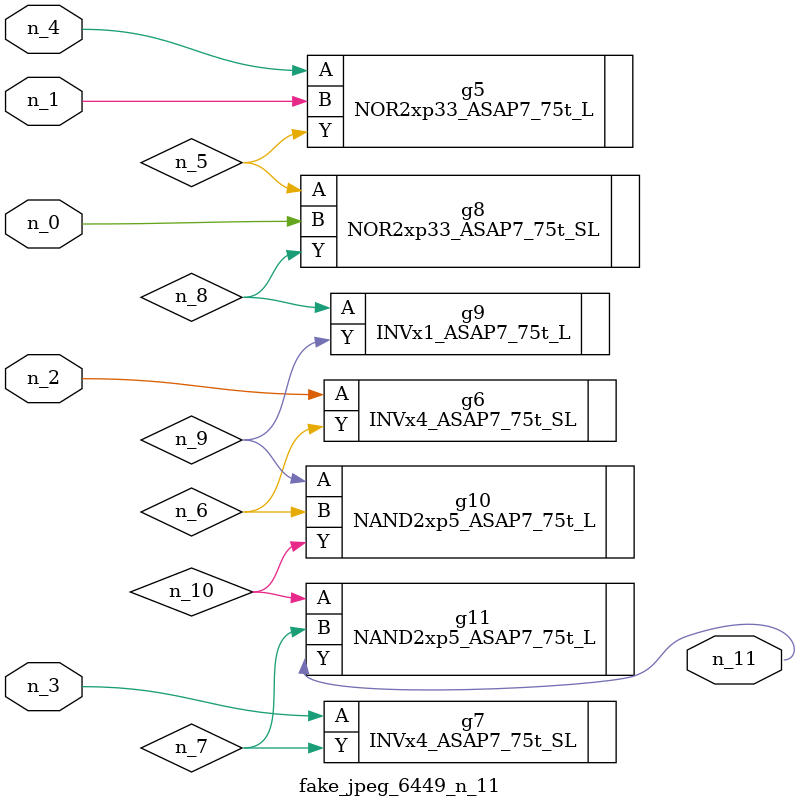
<source format=v>
module fake_jpeg_6449_n_11 (n_3, n_2, n_1, n_0, n_4, n_11);

input n_3;
input n_2;
input n_1;
input n_0;
input n_4;

output n_11;

wire n_10;
wire n_8;
wire n_9;
wire n_6;
wire n_5;
wire n_7;

NOR2xp33_ASAP7_75t_L g5 ( 
.A(n_4),
.B(n_1),
.Y(n_5)
);

INVx4_ASAP7_75t_SL g6 ( 
.A(n_2),
.Y(n_6)
);

INVx4_ASAP7_75t_SL g7 ( 
.A(n_3),
.Y(n_7)
);

NOR2xp33_ASAP7_75t_SL g8 ( 
.A(n_5),
.B(n_0),
.Y(n_8)
);

INVx1_ASAP7_75t_L g9 ( 
.A(n_8),
.Y(n_9)
);

NAND2xp5_ASAP7_75t_L g10 ( 
.A(n_9),
.B(n_6),
.Y(n_10)
);

NAND2xp5_ASAP7_75t_L g11 ( 
.A(n_10),
.B(n_7),
.Y(n_11)
);


endmodule
</source>
